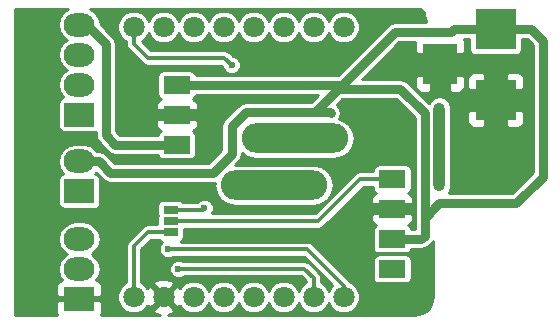
<source format=gtl>
G04 #@! TF.FileFunction,Copper,L1,Top,Signal*
%FSLAX46Y46*%
G04 Gerber Fmt 4.6, Leading zero omitted, Abs format (unit mm)*
G04 Created by KiCad (PCBNEW 4.0.7) date 02/12/20 22:04:26*
%MOMM*%
%LPD*%
G01*
G04 APERTURE LIST*
%ADD10C,0.100000*%
%ADD11C,0.600000*%
%ADD12R,2.300000X1.500000*%
%ADD13O,9.000000X2.500000*%
%ADD14R,3.500000X3.500000*%
%ADD15R,3.000000X3.500000*%
%ADD16R,2.600000X2.000000*%
%ADD17O,2.600000X2.000000*%
%ADD18C,1.800000*%
%ADD19O,1.000000X7.500000*%
%ADD20R,1.300000X0.700000*%
%ADD21C,0.750000*%
%ADD22C,0.350000*%
%ADD23C,0.254000*%
G04 APERTURE END LIST*
D10*
D11*
X135100000Y-67500000D03*
X135100000Y-71400000D03*
X135100000Y-68350000D03*
X135100000Y-70550000D03*
X135100000Y-59150000D03*
X135100000Y-56950000D03*
X135100000Y-60000000D03*
X135100000Y-56100000D03*
X165900000Y-59500000D03*
X165050000Y-60350000D03*
X165900000Y-60350000D03*
X165050000Y-59500000D03*
X143900000Y-59900000D03*
X142400000Y-61150000D03*
X143900000Y-61200000D03*
X142600000Y-59950000D03*
X142550000Y-63450000D03*
X143950000Y-64800000D03*
X142300000Y-64650000D03*
X143800000Y-63450000D03*
X142200000Y-67750000D03*
X143750000Y-70550000D03*
X142550000Y-71750000D03*
X143800000Y-71850000D03*
X142500000Y-70500000D03*
X161350000Y-73700000D03*
X162200000Y-74550000D03*
X161350000Y-74550000D03*
X162200000Y-73700000D03*
X141700000Y-55450000D03*
X140850000Y-56300000D03*
X141700000Y-56300000D03*
X140850000Y-55450000D03*
X146600000Y-58400000D03*
X147150000Y-57650000D03*
X135350000Y-76900000D03*
X134500000Y-77750000D03*
X135350000Y-77750000D03*
X134500000Y-76900000D03*
X134500000Y-78600000D03*
X135350000Y-79450000D03*
X134500000Y-79450000D03*
X135350000Y-78600000D03*
X135350000Y-75150000D03*
X134500000Y-76000000D03*
X135350000Y-76000000D03*
X134500000Y-75150000D03*
X134500000Y-73450000D03*
X135350000Y-74300000D03*
X134500000Y-74300000D03*
X135350000Y-73450000D03*
X133650000Y-62000000D03*
X133650000Y-65350000D03*
X133650000Y-62850000D03*
X133650000Y-64500000D03*
D12*
X147000000Y-61480000D03*
X147000000Y-64020000D03*
X147000000Y-66560000D03*
D13*
X157000000Y-66020000D03*
D11*
X157200000Y-62650000D03*
X158050000Y-62650000D03*
X150050000Y-64650000D03*
X149200000Y-64650000D03*
X149200000Y-65500000D03*
X150050000Y-66350000D03*
X149200000Y-66350000D03*
X150050000Y-65500000D03*
D14*
X174000000Y-56750000D03*
X174000000Y-62750000D03*
D15*
X169300000Y-59750000D03*
D16*
X138750000Y-79600000D03*
D17*
X138750000Y-77060000D03*
X138750000Y-74520000D03*
D16*
X138750000Y-70500000D03*
D17*
X138750000Y-67960000D03*
D16*
X138750000Y-64000000D03*
D17*
X138750000Y-61460000D03*
X138750000Y-58920000D03*
X138750000Y-56380000D03*
D18*
X143360000Y-56570000D03*
X143360000Y-79430000D03*
X145900000Y-56570000D03*
X145900000Y-79430000D03*
X148440000Y-56570000D03*
X148440000Y-79430000D03*
X150980000Y-56570000D03*
X150980000Y-79430000D03*
X153520000Y-56570000D03*
X153520000Y-79430000D03*
X156060000Y-56570000D03*
X156060000Y-79430000D03*
X158600000Y-56570000D03*
X158600000Y-79430000D03*
X161140000Y-56570000D03*
X161140000Y-79430000D03*
D19*
X169250000Y-66750000D03*
D20*
X146500000Y-72050000D03*
X146500000Y-73950000D03*
X146500000Y-73000000D03*
D12*
X165250000Y-77060000D03*
X165250000Y-74520000D03*
X165250000Y-71980000D03*
X165250000Y-69440000D03*
D13*
X155250000Y-69980000D03*
D11*
X160050000Y-63850000D03*
X147150000Y-77050000D03*
X146250000Y-75400000D03*
X149350000Y-71900000D03*
X151650000Y-59800000D03*
D21*
X168000000Y-72750000D02*
X168000000Y-63900000D01*
X165950000Y-61850000D02*
X160650000Y-61850000D01*
X168000000Y-63900000D02*
X165950000Y-61850000D01*
X138750000Y-67960000D02*
X140410000Y-67960000D01*
X152850000Y-63800000D02*
X158700000Y-63800000D01*
X151650000Y-65000000D02*
X152850000Y-63800000D01*
X151650000Y-67350000D02*
X151650000Y-65000000D01*
X150050000Y-68950000D02*
X151650000Y-67350000D01*
X141400000Y-68950000D02*
X150050000Y-68950000D01*
X140410000Y-67960000D02*
X141400000Y-68950000D01*
X149050000Y-61500000D02*
X149050000Y-61480000D01*
X149050000Y-61480000D02*
X149050000Y-61500000D01*
X149050000Y-61500000D02*
X149050000Y-61480000D01*
X158700000Y-63800000D02*
X160000000Y-63800000D01*
X160000000Y-63800000D02*
X160050000Y-63850000D01*
X158700000Y-63800000D02*
X160650000Y-61850000D01*
X160650000Y-61850000D02*
X161020000Y-61480000D01*
X174000000Y-56750000D02*
X170500000Y-56750000D01*
X161020000Y-61480000D02*
X149050000Y-61480000D01*
X149050000Y-61480000D02*
X147000000Y-61480000D01*
X165500000Y-57000000D02*
X161020000Y-61480000D01*
X170250000Y-57000000D02*
X165500000Y-57000000D01*
X170500000Y-56750000D02*
X170250000Y-57000000D01*
X174000000Y-56750000D02*
X177000000Y-56750000D01*
X167730000Y-74520000D02*
X165250000Y-74520000D01*
X168000000Y-74250000D02*
X167730000Y-74520000D01*
X168000000Y-72750000D02*
X168000000Y-74250000D01*
X169250000Y-71500000D02*
X168000000Y-72750000D01*
X175750000Y-71500000D02*
X169250000Y-71500000D01*
X178000000Y-69250000D02*
X175750000Y-71500000D01*
X178000000Y-57750000D02*
X178000000Y-69250000D01*
X177000000Y-56750000D02*
X178000000Y-57750000D01*
X138750000Y-56380000D02*
X139380000Y-56380000D01*
X139380000Y-56380000D02*
X141000000Y-58000000D01*
X141000000Y-58000000D02*
X141000000Y-65750000D01*
X141000000Y-65750000D02*
X141810000Y-66560000D01*
X141810000Y-66560000D02*
X147000000Y-66560000D01*
D22*
X158600000Y-77850000D02*
X158600000Y-79430000D01*
X157800000Y-77050000D02*
X158600000Y-77850000D01*
X156350000Y-77050000D02*
X157800000Y-77050000D01*
X147150000Y-77050000D02*
X156350000Y-77050000D01*
X161140000Y-78490000D02*
X161140000Y-79430000D01*
X158050000Y-75400000D02*
X161140000Y-78490000D01*
X146250000Y-75400000D02*
X158050000Y-75400000D01*
X143360000Y-56570000D02*
X143360000Y-58010000D01*
X149200000Y-72050000D02*
X146500000Y-72050000D01*
X149350000Y-71900000D02*
X149200000Y-72050000D01*
X151050000Y-59200000D02*
X151650000Y-59800000D01*
X144550000Y-59200000D02*
X151050000Y-59200000D01*
X143360000Y-58010000D02*
X144550000Y-59200000D01*
X146500000Y-73950000D02*
X144550000Y-73950000D01*
X143360000Y-75140000D02*
X143360000Y-79430000D01*
X144550000Y-73950000D02*
X143360000Y-75140000D01*
X146500000Y-73000000D02*
X159000000Y-73000000D01*
X162560000Y-69440000D02*
X165250000Y-69440000D01*
X159000000Y-73000000D02*
X162560000Y-69440000D01*
D23*
G36*
X137370790Y-55335603D02*
X137050617Y-55814777D01*
X136938187Y-56380000D01*
X137050617Y-56945223D01*
X137370790Y-57424397D01*
X137708430Y-57650000D01*
X137370790Y-57875603D01*
X137050617Y-58354777D01*
X136938187Y-58920000D01*
X137050617Y-59485223D01*
X137370790Y-59964397D01*
X137708430Y-60190000D01*
X137370790Y-60415603D01*
X137050617Y-60894777D01*
X136938187Y-61460000D01*
X137050617Y-62025223D01*
X137370790Y-62504397D01*
X137399007Y-62523251D01*
X137273235Y-62546917D01*
X137110887Y-62651385D01*
X137001973Y-62810785D01*
X136963656Y-63000000D01*
X136963656Y-65000000D01*
X136996917Y-65176765D01*
X137101385Y-65339113D01*
X137260785Y-65448027D01*
X137450000Y-65486344D01*
X140050000Y-65486344D01*
X140148000Y-65467904D01*
X140148000Y-65750000D01*
X140212855Y-66076046D01*
X140397545Y-66352455D01*
X141207545Y-67162455D01*
X141483954Y-67347145D01*
X141810000Y-67412000D01*
X145382849Y-67412000D01*
X145396917Y-67486765D01*
X145501385Y-67649113D01*
X145660785Y-67758027D01*
X145850000Y-67796344D01*
X148150000Y-67796344D01*
X148326765Y-67763083D01*
X148489113Y-67658615D01*
X148598027Y-67499215D01*
X148636344Y-67310000D01*
X148636344Y-65810000D01*
X148603083Y-65633235D01*
X148498615Y-65470887D01*
X148354678Y-65372538D01*
X148509698Y-65308327D01*
X148688327Y-65129699D01*
X148785000Y-64896310D01*
X148785000Y-64553750D01*
X148626250Y-64395000D01*
X147575000Y-64395000D01*
X147575000Y-64663000D01*
X146425000Y-64663000D01*
X146425000Y-64395000D01*
X145373750Y-64395000D01*
X145215000Y-64553750D01*
X145215000Y-64896310D01*
X145311673Y-65129699D01*
X145490302Y-65308327D01*
X145647534Y-65373455D01*
X145510887Y-65461385D01*
X145401973Y-65620785D01*
X145384312Y-65708000D01*
X142162910Y-65708000D01*
X141852000Y-65397090D01*
X141852000Y-58000000D01*
X141787145Y-57673954D01*
X141602455Y-57397545D01*
X141047611Y-56842701D01*
X141982762Y-56842701D01*
X142191956Y-57348989D01*
X142578974Y-57736683D01*
X142708000Y-57790259D01*
X142708000Y-58009995D01*
X142707999Y-58010000D01*
X142749396Y-58218113D01*
X142757631Y-58259510D01*
X142802089Y-58326046D01*
X142898966Y-58471034D01*
X144088966Y-59661034D01*
X144300490Y-59802369D01*
X144550000Y-59852000D01*
X150779932Y-59852000D01*
X150872874Y-59944942D01*
X150872866Y-59953877D01*
X150990908Y-60239560D01*
X151209290Y-60458324D01*
X151494767Y-60576865D01*
X151803877Y-60577134D01*
X152089560Y-60459092D01*
X152308324Y-60240710D01*
X152426865Y-59955233D01*
X152427134Y-59646123D01*
X152309092Y-59360440D01*
X152090710Y-59141676D01*
X151805233Y-59023135D01*
X151795194Y-59023126D01*
X151511034Y-58738966D01*
X151417943Y-58676765D01*
X151299510Y-58597631D01*
X151258113Y-58589396D01*
X151050000Y-58547999D01*
X151049995Y-58548000D01*
X144820068Y-58548000D01*
X144047793Y-57775725D01*
X144138989Y-57738044D01*
X144526683Y-57351026D01*
X144629995Y-57102224D01*
X144731956Y-57348989D01*
X145118974Y-57736683D01*
X145624896Y-57946760D01*
X146172701Y-57947238D01*
X146678989Y-57738044D01*
X147066683Y-57351026D01*
X147169995Y-57102224D01*
X147271956Y-57348989D01*
X147658974Y-57736683D01*
X148164896Y-57946760D01*
X148712701Y-57947238D01*
X149218989Y-57738044D01*
X149606683Y-57351026D01*
X149709995Y-57102224D01*
X149811956Y-57348989D01*
X150198974Y-57736683D01*
X150704896Y-57946760D01*
X151252701Y-57947238D01*
X151758989Y-57738044D01*
X152146683Y-57351026D01*
X152249995Y-57102224D01*
X152351956Y-57348989D01*
X152738974Y-57736683D01*
X153244896Y-57946760D01*
X153792701Y-57947238D01*
X154298989Y-57738044D01*
X154686683Y-57351026D01*
X154789995Y-57102224D01*
X154891956Y-57348989D01*
X155278974Y-57736683D01*
X155784896Y-57946760D01*
X156332701Y-57947238D01*
X156838989Y-57738044D01*
X157226683Y-57351026D01*
X157329995Y-57102224D01*
X157431956Y-57348989D01*
X157818974Y-57736683D01*
X158324896Y-57946760D01*
X158872701Y-57947238D01*
X159378989Y-57738044D01*
X159766683Y-57351026D01*
X159869995Y-57102224D01*
X159971956Y-57348989D01*
X160358974Y-57736683D01*
X160864896Y-57946760D01*
X161412701Y-57947238D01*
X161918989Y-57738044D01*
X162306683Y-57351026D01*
X162516760Y-56845104D01*
X162517238Y-56297299D01*
X162308044Y-55791011D01*
X161921026Y-55403317D01*
X161415104Y-55193240D01*
X160867299Y-55192762D01*
X160361011Y-55401956D01*
X159973317Y-55788974D01*
X159870005Y-56037776D01*
X159768044Y-55791011D01*
X159381026Y-55403317D01*
X158875104Y-55193240D01*
X158327299Y-55192762D01*
X157821011Y-55401956D01*
X157433317Y-55788974D01*
X157330005Y-56037776D01*
X157228044Y-55791011D01*
X156841026Y-55403317D01*
X156335104Y-55193240D01*
X155787299Y-55192762D01*
X155281011Y-55401956D01*
X154893317Y-55788974D01*
X154790005Y-56037776D01*
X154688044Y-55791011D01*
X154301026Y-55403317D01*
X153795104Y-55193240D01*
X153247299Y-55192762D01*
X152741011Y-55401956D01*
X152353317Y-55788974D01*
X152250005Y-56037776D01*
X152148044Y-55791011D01*
X151761026Y-55403317D01*
X151255104Y-55193240D01*
X150707299Y-55192762D01*
X150201011Y-55401956D01*
X149813317Y-55788974D01*
X149710005Y-56037776D01*
X149608044Y-55791011D01*
X149221026Y-55403317D01*
X148715104Y-55193240D01*
X148167299Y-55192762D01*
X147661011Y-55401956D01*
X147273317Y-55788974D01*
X147170005Y-56037776D01*
X147068044Y-55791011D01*
X146681026Y-55403317D01*
X146175104Y-55193240D01*
X145627299Y-55192762D01*
X145121011Y-55401956D01*
X144733317Y-55788974D01*
X144630005Y-56037776D01*
X144528044Y-55791011D01*
X144141026Y-55403317D01*
X143635104Y-55193240D01*
X143087299Y-55192762D01*
X142581011Y-55401956D01*
X142193317Y-55788974D01*
X141983240Y-56294896D01*
X141982762Y-56842701D01*
X141047611Y-56842701D01*
X140556078Y-56351168D01*
X140449383Y-55814777D01*
X140129210Y-55335603D01*
X139704767Y-55052000D01*
X167445631Y-55052000D01*
X167667305Y-55096093D01*
X167809137Y-55190863D01*
X167903907Y-55332696D01*
X167958606Y-55607689D01*
X168015696Y-55894702D01*
X168015696Y-55894705D01*
X168098119Y-56093689D01*
X168134409Y-56148000D01*
X165500000Y-56148000D01*
X165173954Y-56212855D01*
X164897545Y-56397545D01*
X160667090Y-60628000D01*
X148617151Y-60628000D01*
X148603083Y-60553235D01*
X148498615Y-60390887D01*
X148339215Y-60281973D01*
X148150000Y-60243656D01*
X145850000Y-60243656D01*
X145673235Y-60276917D01*
X145510887Y-60381385D01*
X145401973Y-60540785D01*
X145363656Y-60730000D01*
X145363656Y-62230000D01*
X145396917Y-62406765D01*
X145501385Y-62569113D01*
X145645322Y-62667462D01*
X145490302Y-62731673D01*
X145311673Y-62910301D01*
X145215000Y-63143690D01*
X145215000Y-63486250D01*
X145373750Y-63645000D01*
X146425000Y-63645000D01*
X146425000Y-63377000D01*
X147575000Y-63377000D01*
X147575000Y-63645000D01*
X148626250Y-63645000D01*
X148785000Y-63486250D01*
X148785000Y-63143690D01*
X148688327Y-62910301D01*
X148509698Y-62731673D01*
X148352466Y-62666545D01*
X148489113Y-62578615D01*
X148598027Y-62419215D01*
X148615688Y-62332000D01*
X148949454Y-62332000D01*
X149050000Y-62352000D01*
X149150546Y-62332000D01*
X158963090Y-62332000D01*
X158347090Y-62948000D01*
X152850000Y-62948000D01*
X152523954Y-63012855D01*
X152247545Y-63197545D01*
X151047545Y-64397545D01*
X150862855Y-64673954D01*
X150798000Y-65000000D01*
X150798000Y-66997090D01*
X149697090Y-68098000D01*
X141752910Y-68098000D01*
X141012455Y-67357545D01*
X140736046Y-67172855D01*
X140410000Y-67108000D01*
X140257765Y-67108000D01*
X140129210Y-66915603D01*
X139650036Y-66595430D01*
X139084813Y-66483000D01*
X138415187Y-66483000D01*
X137849964Y-66595430D01*
X137370790Y-66915603D01*
X137050617Y-67394777D01*
X136938187Y-67960000D01*
X137050617Y-68525223D01*
X137370790Y-69004397D01*
X137399007Y-69023251D01*
X137273235Y-69046917D01*
X137110887Y-69151385D01*
X137001973Y-69310785D01*
X136963656Y-69500000D01*
X136963656Y-71500000D01*
X136996917Y-71676765D01*
X137101385Y-71839113D01*
X137260785Y-71948027D01*
X137450000Y-71986344D01*
X140050000Y-71986344D01*
X140226765Y-71953083D01*
X140389113Y-71848615D01*
X140498027Y-71689215D01*
X140536344Y-71500000D01*
X140536344Y-69500000D01*
X140503083Y-69323235D01*
X140398615Y-69160887D01*
X140239215Y-69051973D01*
X140100153Y-69023812D01*
X140129210Y-69004397D01*
X140177386Y-68932296D01*
X140797545Y-69552455D01*
X141073953Y-69737145D01*
X141400000Y-69802000D01*
X150050000Y-69802000D01*
X150217530Y-69768676D01*
X150175495Y-69980000D01*
X150306955Y-70640894D01*
X150681322Y-71201173D01*
X151241601Y-71575540D01*
X151902495Y-71707000D01*
X158597505Y-71707000D01*
X159258399Y-71575540D01*
X159818678Y-71201173D01*
X160193045Y-70640894D01*
X160324505Y-69980000D01*
X160193045Y-69319106D01*
X159818678Y-68758827D01*
X159258399Y-68384460D01*
X158597505Y-68253000D01*
X151951910Y-68253000D01*
X152252455Y-67952455D01*
X152437145Y-67676046D01*
X152502000Y-67350000D01*
X152502000Y-67288399D01*
X152991601Y-67615540D01*
X153652495Y-67747000D01*
X160347505Y-67747000D01*
X161008399Y-67615540D01*
X161568678Y-67241173D01*
X161943045Y-66680894D01*
X162074505Y-66020000D01*
X161943045Y-65359106D01*
X161568678Y-64798827D01*
X161008399Y-64424460D01*
X160710724Y-64365249D01*
X160837145Y-64176046D01*
X160902000Y-63850000D01*
X160837145Y-63523954D01*
X160652455Y-63247545D01*
X160602455Y-63197545D01*
X160545453Y-63159457D01*
X161002910Y-62702000D01*
X165597090Y-62702000D01*
X167148000Y-64252910D01*
X167148000Y-73668000D01*
X166867151Y-73668000D01*
X166853083Y-73593235D01*
X166748615Y-73430887D01*
X166604678Y-73332538D01*
X166759698Y-73268327D01*
X166938327Y-73089699D01*
X167035000Y-72856310D01*
X167035000Y-72513750D01*
X166876250Y-72355000D01*
X165825000Y-72355000D01*
X165825000Y-72623000D01*
X164675000Y-72623000D01*
X164675000Y-72355000D01*
X163623750Y-72355000D01*
X163465000Y-72513750D01*
X163465000Y-72856310D01*
X163561673Y-73089699D01*
X163740302Y-73268327D01*
X163897534Y-73333455D01*
X163760887Y-73421385D01*
X163651973Y-73580785D01*
X163613656Y-73770000D01*
X163613656Y-75270000D01*
X163646917Y-75446765D01*
X163751385Y-75609113D01*
X163910785Y-75718027D01*
X164100000Y-75756344D01*
X166400000Y-75756344D01*
X166576765Y-75723083D01*
X166739113Y-75618615D01*
X166848027Y-75459215D01*
X166865688Y-75372000D01*
X167730000Y-75372000D01*
X168056046Y-75307145D01*
X168332455Y-75122455D01*
X168602455Y-74852455D01*
X168698000Y-74709461D01*
X168698000Y-79445631D01*
X168577787Y-80049987D01*
X168266245Y-80516244D01*
X167799988Y-80827787D01*
X167195635Y-80948000D01*
X146276314Y-80948000D01*
X146714148Y-80766643D01*
X146800554Y-80510159D01*
X145900000Y-79609605D01*
X144999446Y-80510159D01*
X145085852Y-80766643D01*
X145581552Y-80948000D01*
X140593172Y-80948000D01*
X140685000Y-80726309D01*
X140685000Y-79885750D01*
X140526250Y-79727000D01*
X138877000Y-79727000D01*
X138877000Y-79747000D01*
X138623000Y-79747000D01*
X138623000Y-79727000D01*
X136973750Y-79727000D01*
X136815000Y-79885750D01*
X136815000Y-80726309D01*
X136906828Y-80948000D01*
X133302000Y-80948000D01*
X133302000Y-79702701D01*
X141982762Y-79702701D01*
X142191956Y-80208989D01*
X142578974Y-80596683D01*
X143084896Y-80806760D01*
X143632701Y-80807238D01*
X144138989Y-80598044D01*
X144526683Y-80211026D01*
X144538174Y-80183352D01*
X144563357Y-80244148D01*
X144819841Y-80330554D01*
X145720395Y-79430000D01*
X144819841Y-78529446D01*
X144563357Y-78615852D01*
X144539951Y-78679828D01*
X144528044Y-78651011D01*
X144227400Y-78349841D01*
X144999446Y-78349841D01*
X145900000Y-79250395D01*
X146800554Y-78349841D01*
X146714148Y-78093357D01*
X146140664Y-77883542D01*
X145530540Y-77909161D01*
X145085852Y-78093357D01*
X144999446Y-78349841D01*
X144227400Y-78349841D01*
X144141026Y-78263317D01*
X144012000Y-78209741D01*
X144012000Y-75410068D01*
X144820068Y-74602000D01*
X145477503Y-74602000D01*
X145501385Y-74639113D01*
X145660785Y-74748027D01*
X145779272Y-74772021D01*
X145591676Y-74959290D01*
X145473135Y-75244767D01*
X145472866Y-75553877D01*
X145590908Y-75839560D01*
X145809290Y-76058324D01*
X146094767Y-76176865D01*
X146403877Y-76177134D01*
X146689560Y-76059092D01*
X146696664Y-76052000D01*
X157779932Y-76052000D01*
X160175288Y-78447356D01*
X159973317Y-78648974D01*
X159870005Y-78897776D01*
X159768044Y-78651011D01*
X159381026Y-78263317D01*
X159252000Y-78209741D01*
X159252000Y-77850005D01*
X159252001Y-77850000D01*
X159202370Y-77600491D01*
X159061034Y-77388966D01*
X158261034Y-76588966D01*
X158120069Y-76494777D01*
X158049510Y-76447631D01*
X158008113Y-76439396D01*
X157800000Y-76397999D01*
X157799995Y-76398000D01*
X147597023Y-76398000D01*
X147590710Y-76391676D01*
X147305233Y-76273135D01*
X146996123Y-76272866D01*
X146710440Y-76390908D01*
X146491676Y-76609290D01*
X146373135Y-76894767D01*
X146372866Y-77203877D01*
X146490908Y-77489560D01*
X146709290Y-77708324D01*
X146994767Y-77826865D01*
X147303877Y-77827134D01*
X147589560Y-77709092D01*
X147596664Y-77702000D01*
X157529932Y-77702000D01*
X157948000Y-78120068D01*
X157948000Y-78209485D01*
X157821011Y-78261956D01*
X157433317Y-78648974D01*
X157330005Y-78897776D01*
X157228044Y-78651011D01*
X156841026Y-78263317D01*
X156335104Y-78053240D01*
X155787299Y-78052762D01*
X155281011Y-78261956D01*
X154893317Y-78648974D01*
X154790005Y-78897776D01*
X154688044Y-78651011D01*
X154301026Y-78263317D01*
X153795104Y-78053240D01*
X153247299Y-78052762D01*
X152741011Y-78261956D01*
X152353317Y-78648974D01*
X152250005Y-78897776D01*
X152148044Y-78651011D01*
X151761026Y-78263317D01*
X151255104Y-78053240D01*
X150707299Y-78052762D01*
X150201011Y-78261956D01*
X149813317Y-78648974D01*
X149710005Y-78897776D01*
X149608044Y-78651011D01*
X149221026Y-78263317D01*
X148715104Y-78053240D01*
X148167299Y-78052762D01*
X147661011Y-78261956D01*
X147273317Y-78648974D01*
X147261826Y-78676648D01*
X147236643Y-78615852D01*
X146980159Y-78529446D01*
X146079605Y-79430000D01*
X146980159Y-80330554D01*
X147236643Y-80244148D01*
X147260049Y-80180172D01*
X147271956Y-80208989D01*
X147658974Y-80596683D01*
X148164896Y-80806760D01*
X148712701Y-80807238D01*
X149218989Y-80598044D01*
X149606683Y-80211026D01*
X149709995Y-79962224D01*
X149811956Y-80208989D01*
X150198974Y-80596683D01*
X150704896Y-80806760D01*
X151252701Y-80807238D01*
X151758989Y-80598044D01*
X152146683Y-80211026D01*
X152249995Y-79962224D01*
X152351956Y-80208989D01*
X152738974Y-80596683D01*
X153244896Y-80806760D01*
X153792701Y-80807238D01*
X154298989Y-80598044D01*
X154686683Y-80211026D01*
X154789995Y-79962224D01*
X154891956Y-80208989D01*
X155278974Y-80596683D01*
X155784896Y-80806760D01*
X156332701Y-80807238D01*
X156838989Y-80598044D01*
X157226683Y-80211026D01*
X157329995Y-79962224D01*
X157431956Y-80208989D01*
X157818974Y-80596683D01*
X158324896Y-80806760D01*
X158872701Y-80807238D01*
X159378989Y-80598044D01*
X159766683Y-80211026D01*
X159869995Y-79962224D01*
X159971956Y-80208989D01*
X160358974Y-80596683D01*
X160864896Y-80806760D01*
X161412701Y-80807238D01*
X161918989Y-80598044D01*
X162306683Y-80211026D01*
X162516760Y-79705104D01*
X162517238Y-79157299D01*
X162308044Y-78651011D01*
X161921026Y-78263317D01*
X161694876Y-78169411D01*
X161601034Y-78028966D01*
X159882068Y-76310000D01*
X163613656Y-76310000D01*
X163613656Y-77810000D01*
X163646917Y-77986765D01*
X163751385Y-78149113D01*
X163910785Y-78258027D01*
X164100000Y-78296344D01*
X166400000Y-78296344D01*
X166576765Y-78263083D01*
X166739113Y-78158615D01*
X166848027Y-77999215D01*
X166886344Y-77810000D01*
X166886344Y-76310000D01*
X166853083Y-76133235D01*
X166748615Y-75970887D01*
X166589215Y-75861973D01*
X166400000Y-75823656D01*
X164100000Y-75823656D01*
X163923235Y-75856917D01*
X163760887Y-75961385D01*
X163651973Y-76120785D01*
X163613656Y-76310000D01*
X159882068Y-76310000D01*
X158511034Y-74938966D01*
X158299510Y-74797631D01*
X158242767Y-74786344D01*
X158050000Y-74747999D01*
X158049995Y-74748000D01*
X147334664Y-74748000D01*
X147489113Y-74648615D01*
X147598027Y-74489215D01*
X147636344Y-74300000D01*
X147636344Y-73652000D01*
X158999995Y-73652000D01*
X159000000Y-73652001D01*
X159208113Y-73610604D01*
X159249510Y-73602369D01*
X159461034Y-73461034D01*
X162830067Y-70092000D01*
X163613656Y-70092000D01*
X163613656Y-70190000D01*
X163646917Y-70366765D01*
X163751385Y-70529113D01*
X163895322Y-70627462D01*
X163740302Y-70691673D01*
X163561673Y-70870301D01*
X163465000Y-71103690D01*
X163465000Y-71446250D01*
X163623750Y-71605000D01*
X164675000Y-71605000D01*
X164675000Y-71337000D01*
X165825000Y-71337000D01*
X165825000Y-71605000D01*
X166876250Y-71605000D01*
X167035000Y-71446250D01*
X167035000Y-71103690D01*
X166938327Y-70870301D01*
X166759698Y-70691673D01*
X166602466Y-70626545D01*
X166739113Y-70538615D01*
X166848027Y-70379215D01*
X166886344Y-70190000D01*
X166886344Y-68690000D01*
X166853083Y-68513235D01*
X166748615Y-68350887D01*
X166589215Y-68241973D01*
X166400000Y-68203656D01*
X164100000Y-68203656D01*
X163923235Y-68236917D01*
X163760887Y-68341385D01*
X163651973Y-68500785D01*
X163613656Y-68690000D01*
X163613656Y-68788000D01*
X162560000Y-68788000D01*
X162310490Y-68837631D01*
X162098966Y-68978966D01*
X162098964Y-68978969D01*
X158729932Y-72348000D01*
X150001021Y-72348000D01*
X150008324Y-72340710D01*
X150126865Y-72055233D01*
X150127134Y-71746123D01*
X150009092Y-71460440D01*
X149790710Y-71241676D01*
X149505233Y-71123135D01*
X149196123Y-71122866D01*
X148910440Y-71240908D01*
X148753073Y-71398000D01*
X147522497Y-71398000D01*
X147498615Y-71360887D01*
X147339215Y-71251973D01*
X147150000Y-71213656D01*
X145850000Y-71213656D01*
X145673235Y-71246917D01*
X145510887Y-71351385D01*
X145401973Y-71510785D01*
X145363656Y-71700000D01*
X145363656Y-72400000D01*
X145388040Y-72529588D01*
X145363656Y-72650000D01*
X145363656Y-73298000D01*
X144550000Y-73298000D01*
X144300490Y-73347631D01*
X144128044Y-73462855D01*
X144088966Y-73488966D01*
X142898966Y-74678966D01*
X142757631Y-74890490D01*
X142757631Y-74890491D01*
X142707999Y-75140000D01*
X142708000Y-75140005D01*
X142708000Y-78209485D01*
X142581011Y-78261956D01*
X142193317Y-78648974D01*
X141983240Y-79154896D01*
X141982762Y-79702701D01*
X133302000Y-79702701D01*
X133302000Y-78473691D01*
X136815000Y-78473691D01*
X136815000Y-79314250D01*
X136973750Y-79473000D01*
X138623000Y-79473000D01*
X138623000Y-79453000D01*
X138877000Y-79453000D01*
X138877000Y-79473000D01*
X140526250Y-79473000D01*
X140685000Y-79314250D01*
X140685000Y-78473691D01*
X140588327Y-78240302D01*
X140409699Y-78061673D01*
X140212371Y-77979937D01*
X140449383Y-77625223D01*
X140561813Y-77060000D01*
X140449383Y-76494777D01*
X140129210Y-76015603D01*
X139791570Y-75790000D01*
X140129210Y-75564397D01*
X140449383Y-75085223D01*
X140561813Y-74520000D01*
X140449383Y-73954777D01*
X140129210Y-73475603D01*
X139650036Y-73155430D01*
X139084813Y-73043000D01*
X138415187Y-73043000D01*
X137849964Y-73155430D01*
X137370790Y-73475603D01*
X137050617Y-73954777D01*
X136938187Y-74520000D01*
X137050617Y-75085223D01*
X137370790Y-75564397D01*
X137708430Y-75790000D01*
X137370790Y-76015603D01*
X137050617Y-76494777D01*
X136938187Y-77060000D01*
X137050617Y-77625223D01*
X137287629Y-77979937D01*
X137090301Y-78061673D01*
X136911673Y-78240302D01*
X136815000Y-78473691D01*
X133302000Y-78473691D01*
X133302000Y-55052000D01*
X137795233Y-55052000D01*
X137370790Y-55335603D01*
X137370790Y-55335603D01*
G37*
X137370790Y-55335603D02*
X137050617Y-55814777D01*
X136938187Y-56380000D01*
X137050617Y-56945223D01*
X137370790Y-57424397D01*
X137708430Y-57650000D01*
X137370790Y-57875603D01*
X137050617Y-58354777D01*
X136938187Y-58920000D01*
X137050617Y-59485223D01*
X137370790Y-59964397D01*
X137708430Y-60190000D01*
X137370790Y-60415603D01*
X137050617Y-60894777D01*
X136938187Y-61460000D01*
X137050617Y-62025223D01*
X137370790Y-62504397D01*
X137399007Y-62523251D01*
X137273235Y-62546917D01*
X137110887Y-62651385D01*
X137001973Y-62810785D01*
X136963656Y-63000000D01*
X136963656Y-65000000D01*
X136996917Y-65176765D01*
X137101385Y-65339113D01*
X137260785Y-65448027D01*
X137450000Y-65486344D01*
X140050000Y-65486344D01*
X140148000Y-65467904D01*
X140148000Y-65750000D01*
X140212855Y-66076046D01*
X140397545Y-66352455D01*
X141207545Y-67162455D01*
X141483954Y-67347145D01*
X141810000Y-67412000D01*
X145382849Y-67412000D01*
X145396917Y-67486765D01*
X145501385Y-67649113D01*
X145660785Y-67758027D01*
X145850000Y-67796344D01*
X148150000Y-67796344D01*
X148326765Y-67763083D01*
X148489113Y-67658615D01*
X148598027Y-67499215D01*
X148636344Y-67310000D01*
X148636344Y-65810000D01*
X148603083Y-65633235D01*
X148498615Y-65470887D01*
X148354678Y-65372538D01*
X148509698Y-65308327D01*
X148688327Y-65129699D01*
X148785000Y-64896310D01*
X148785000Y-64553750D01*
X148626250Y-64395000D01*
X147575000Y-64395000D01*
X147575000Y-64663000D01*
X146425000Y-64663000D01*
X146425000Y-64395000D01*
X145373750Y-64395000D01*
X145215000Y-64553750D01*
X145215000Y-64896310D01*
X145311673Y-65129699D01*
X145490302Y-65308327D01*
X145647534Y-65373455D01*
X145510887Y-65461385D01*
X145401973Y-65620785D01*
X145384312Y-65708000D01*
X142162910Y-65708000D01*
X141852000Y-65397090D01*
X141852000Y-58000000D01*
X141787145Y-57673954D01*
X141602455Y-57397545D01*
X141047611Y-56842701D01*
X141982762Y-56842701D01*
X142191956Y-57348989D01*
X142578974Y-57736683D01*
X142708000Y-57790259D01*
X142708000Y-58009995D01*
X142707999Y-58010000D01*
X142749396Y-58218113D01*
X142757631Y-58259510D01*
X142802089Y-58326046D01*
X142898966Y-58471034D01*
X144088966Y-59661034D01*
X144300490Y-59802369D01*
X144550000Y-59852000D01*
X150779932Y-59852000D01*
X150872874Y-59944942D01*
X150872866Y-59953877D01*
X150990908Y-60239560D01*
X151209290Y-60458324D01*
X151494767Y-60576865D01*
X151803877Y-60577134D01*
X152089560Y-60459092D01*
X152308324Y-60240710D01*
X152426865Y-59955233D01*
X152427134Y-59646123D01*
X152309092Y-59360440D01*
X152090710Y-59141676D01*
X151805233Y-59023135D01*
X151795194Y-59023126D01*
X151511034Y-58738966D01*
X151417943Y-58676765D01*
X151299510Y-58597631D01*
X151258113Y-58589396D01*
X151050000Y-58547999D01*
X151049995Y-58548000D01*
X144820068Y-58548000D01*
X144047793Y-57775725D01*
X144138989Y-57738044D01*
X144526683Y-57351026D01*
X144629995Y-57102224D01*
X144731956Y-57348989D01*
X145118974Y-57736683D01*
X145624896Y-57946760D01*
X146172701Y-57947238D01*
X146678989Y-57738044D01*
X147066683Y-57351026D01*
X147169995Y-57102224D01*
X147271956Y-57348989D01*
X147658974Y-57736683D01*
X148164896Y-57946760D01*
X148712701Y-57947238D01*
X149218989Y-57738044D01*
X149606683Y-57351026D01*
X149709995Y-57102224D01*
X149811956Y-57348989D01*
X150198974Y-57736683D01*
X150704896Y-57946760D01*
X151252701Y-57947238D01*
X151758989Y-57738044D01*
X152146683Y-57351026D01*
X152249995Y-57102224D01*
X152351956Y-57348989D01*
X152738974Y-57736683D01*
X153244896Y-57946760D01*
X153792701Y-57947238D01*
X154298989Y-57738044D01*
X154686683Y-57351026D01*
X154789995Y-57102224D01*
X154891956Y-57348989D01*
X155278974Y-57736683D01*
X155784896Y-57946760D01*
X156332701Y-57947238D01*
X156838989Y-57738044D01*
X157226683Y-57351026D01*
X157329995Y-57102224D01*
X157431956Y-57348989D01*
X157818974Y-57736683D01*
X158324896Y-57946760D01*
X158872701Y-57947238D01*
X159378989Y-57738044D01*
X159766683Y-57351026D01*
X159869995Y-57102224D01*
X159971956Y-57348989D01*
X160358974Y-57736683D01*
X160864896Y-57946760D01*
X161412701Y-57947238D01*
X161918989Y-57738044D01*
X162306683Y-57351026D01*
X162516760Y-56845104D01*
X162517238Y-56297299D01*
X162308044Y-55791011D01*
X161921026Y-55403317D01*
X161415104Y-55193240D01*
X160867299Y-55192762D01*
X160361011Y-55401956D01*
X159973317Y-55788974D01*
X159870005Y-56037776D01*
X159768044Y-55791011D01*
X159381026Y-55403317D01*
X158875104Y-55193240D01*
X158327299Y-55192762D01*
X157821011Y-55401956D01*
X157433317Y-55788974D01*
X157330005Y-56037776D01*
X157228044Y-55791011D01*
X156841026Y-55403317D01*
X156335104Y-55193240D01*
X155787299Y-55192762D01*
X155281011Y-55401956D01*
X154893317Y-55788974D01*
X154790005Y-56037776D01*
X154688044Y-55791011D01*
X154301026Y-55403317D01*
X153795104Y-55193240D01*
X153247299Y-55192762D01*
X152741011Y-55401956D01*
X152353317Y-55788974D01*
X152250005Y-56037776D01*
X152148044Y-55791011D01*
X151761026Y-55403317D01*
X151255104Y-55193240D01*
X150707299Y-55192762D01*
X150201011Y-55401956D01*
X149813317Y-55788974D01*
X149710005Y-56037776D01*
X149608044Y-55791011D01*
X149221026Y-55403317D01*
X148715104Y-55193240D01*
X148167299Y-55192762D01*
X147661011Y-55401956D01*
X147273317Y-55788974D01*
X147170005Y-56037776D01*
X147068044Y-55791011D01*
X146681026Y-55403317D01*
X146175104Y-55193240D01*
X145627299Y-55192762D01*
X145121011Y-55401956D01*
X144733317Y-55788974D01*
X144630005Y-56037776D01*
X144528044Y-55791011D01*
X144141026Y-55403317D01*
X143635104Y-55193240D01*
X143087299Y-55192762D01*
X142581011Y-55401956D01*
X142193317Y-55788974D01*
X141983240Y-56294896D01*
X141982762Y-56842701D01*
X141047611Y-56842701D01*
X140556078Y-56351168D01*
X140449383Y-55814777D01*
X140129210Y-55335603D01*
X139704767Y-55052000D01*
X167445631Y-55052000D01*
X167667305Y-55096093D01*
X167809137Y-55190863D01*
X167903907Y-55332696D01*
X167958606Y-55607689D01*
X168015696Y-55894702D01*
X168015696Y-55894705D01*
X168098119Y-56093689D01*
X168134409Y-56148000D01*
X165500000Y-56148000D01*
X165173954Y-56212855D01*
X164897545Y-56397545D01*
X160667090Y-60628000D01*
X148617151Y-60628000D01*
X148603083Y-60553235D01*
X148498615Y-60390887D01*
X148339215Y-60281973D01*
X148150000Y-60243656D01*
X145850000Y-60243656D01*
X145673235Y-60276917D01*
X145510887Y-60381385D01*
X145401973Y-60540785D01*
X145363656Y-60730000D01*
X145363656Y-62230000D01*
X145396917Y-62406765D01*
X145501385Y-62569113D01*
X145645322Y-62667462D01*
X145490302Y-62731673D01*
X145311673Y-62910301D01*
X145215000Y-63143690D01*
X145215000Y-63486250D01*
X145373750Y-63645000D01*
X146425000Y-63645000D01*
X146425000Y-63377000D01*
X147575000Y-63377000D01*
X147575000Y-63645000D01*
X148626250Y-63645000D01*
X148785000Y-63486250D01*
X148785000Y-63143690D01*
X148688327Y-62910301D01*
X148509698Y-62731673D01*
X148352466Y-62666545D01*
X148489113Y-62578615D01*
X148598027Y-62419215D01*
X148615688Y-62332000D01*
X148949454Y-62332000D01*
X149050000Y-62352000D01*
X149150546Y-62332000D01*
X158963090Y-62332000D01*
X158347090Y-62948000D01*
X152850000Y-62948000D01*
X152523954Y-63012855D01*
X152247545Y-63197545D01*
X151047545Y-64397545D01*
X150862855Y-64673954D01*
X150798000Y-65000000D01*
X150798000Y-66997090D01*
X149697090Y-68098000D01*
X141752910Y-68098000D01*
X141012455Y-67357545D01*
X140736046Y-67172855D01*
X140410000Y-67108000D01*
X140257765Y-67108000D01*
X140129210Y-66915603D01*
X139650036Y-66595430D01*
X139084813Y-66483000D01*
X138415187Y-66483000D01*
X137849964Y-66595430D01*
X137370790Y-66915603D01*
X137050617Y-67394777D01*
X136938187Y-67960000D01*
X137050617Y-68525223D01*
X137370790Y-69004397D01*
X137399007Y-69023251D01*
X137273235Y-69046917D01*
X137110887Y-69151385D01*
X137001973Y-69310785D01*
X136963656Y-69500000D01*
X136963656Y-71500000D01*
X136996917Y-71676765D01*
X137101385Y-71839113D01*
X137260785Y-71948027D01*
X137450000Y-71986344D01*
X140050000Y-71986344D01*
X140226765Y-71953083D01*
X140389113Y-71848615D01*
X140498027Y-71689215D01*
X140536344Y-71500000D01*
X140536344Y-69500000D01*
X140503083Y-69323235D01*
X140398615Y-69160887D01*
X140239215Y-69051973D01*
X140100153Y-69023812D01*
X140129210Y-69004397D01*
X140177386Y-68932296D01*
X140797545Y-69552455D01*
X141073953Y-69737145D01*
X141400000Y-69802000D01*
X150050000Y-69802000D01*
X150217530Y-69768676D01*
X150175495Y-69980000D01*
X150306955Y-70640894D01*
X150681322Y-71201173D01*
X151241601Y-71575540D01*
X151902495Y-71707000D01*
X158597505Y-71707000D01*
X159258399Y-71575540D01*
X159818678Y-71201173D01*
X160193045Y-70640894D01*
X160324505Y-69980000D01*
X160193045Y-69319106D01*
X159818678Y-68758827D01*
X159258399Y-68384460D01*
X158597505Y-68253000D01*
X151951910Y-68253000D01*
X152252455Y-67952455D01*
X152437145Y-67676046D01*
X152502000Y-67350000D01*
X152502000Y-67288399D01*
X152991601Y-67615540D01*
X153652495Y-67747000D01*
X160347505Y-67747000D01*
X161008399Y-67615540D01*
X161568678Y-67241173D01*
X161943045Y-66680894D01*
X162074505Y-66020000D01*
X161943045Y-65359106D01*
X161568678Y-64798827D01*
X161008399Y-64424460D01*
X160710724Y-64365249D01*
X160837145Y-64176046D01*
X160902000Y-63850000D01*
X160837145Y-63523954D01*
X160652455Y-63247545D01*
X160602455Y-63197545D01*
X160545453Y-63159457D01*
X161002910Y-62702000D01*
X165597090Y-62702000D01*
X167148000Y-64252910D01*
X167148000Y-73668000D01*
X166867151Y-73668000D01*
X166853083Y-73593235D01*
X166748615Y-73430887D01*
X166604678Y-73332538D01*
X166759698Y-73268327D01*
X166938327Y-73089699D01*
X167035000Y-72856310D01*
X167035000Y-72513750D01*
X166876250Y-72355000D01*
X165825000Y-72355000D01*
X165825000Y-72623000D01*
X164675000Y-72623000D01*
X164675000Y-72355000D01*
X163623750Y-72355000D01*
X163465000Y-72513750D01*
X163465000Y-72856310D01*
X163561673Y-73089699D01*
X163740302Y-73268327D01*
X163897534Y-73333455D01*
X163760887Y-73421385D01*
X163651973Y-73580785D01*
X163613656Y-73770000D01*
X163613656Y-75270000D01*
X163646917Y-75446765D01*
X163751385Y-75609113D01*
X163910785Y-75718027D01*
X164100000Y-75756344D01*
X166400000Y-75756344D01*
X166576765Y-75723083D01*
X166739113Y-75618615D01*
X166848027Y-75459215D01*
X166865688Y-75372000D01*
X167730000Y-75372000D01*
X168056046Y-75307145D01*
X168332455Y-75122455D01*
X168602455Y-74852455D01*
X168698000Y-74709461D01*
X168698000Y-79445631D01*
X168577787Y-80049987D01*
X168266245Y-80516244D01*
X167799988Y-80827787D01*
X167195635Y-80948000D01*
X146276314Y-80948000D01*
X146714148Y-80766643D01*
X146800554Y-80510159D01*
X145900000Y-79609605D01*
X144999446Y-80510159D01*
X145085852Y-80766643D01*
X145581552Y-80948000D01*
X140593172Y-80948000D01*
X140685000Y-80726309D01*
X140685000Y-79885750D01*
X140526250Y-79727000D01*
X138877000Y-79727000D01*
X138877000Y-79747000D01*
X138623000Y-79747000D01*
X138623000Y-79727000D01*
X136973750Y-79727000D01*
X136815000Y-79885750D01*
X136815000Y-80726309D01*
X136906828Y-80948000D01*
X133302000Y-80948000D01*
X133302000Y-79702701D01*
X141982762Y-79702701D01*
X142191956Y-80208989D01*
X142578974Y-80596683D01*
X143084896Y-80806760D01*
X143632701Y-80807238D01*
X144138989Y-80598044D01*
X144526683Y-80211026D01*
X144538174Y-80183352D01*
X144563357Y-80244148D01*
X144819841Y-80330554D01*
X145720395Y-79430000D01*
X144819841Y-78529446D01*
X144563357Y-78615852D01*
X144539951Y-78679828D01*
X144528044Y-78651011D01*
X144227400Y-78349841D01*
X144999446Y-78349841D01*
X145900000Y-79250395D01*
X146800554Y-78349841D01*
X146714148Y-78093357D01*
X146140664Y-77883542D01*
X145530540Y-77909161D01*
X145085852Y-78093357D01*
X144999446Y-78349841D01*
X144227400Y-78349841D01*
X144141026Y-78263317D01*
X144012000Y-78209741D01*
X144012000Y-75410068D01*
X144820068Y-74602000D01*
X145477503Y-74602000D01*
X145501385Y-74639113D01*
X145660785Y-74748027D01*
X145779272Y-74772021D01*
X145591676Y-74959290D01*
X145473135Y-75244767D01*
X145472866Y-75553877D01*
X145590908Y-75839560D01*
X145809290Y-76058324D01*
X146094767Y-76176865D01*
X146403877Y-76177134D01*
X146689560Y-76059092D01*
X146696664Y-76052000D01*
X157779932Y-76052000D01*
X160175288Y-78447356D01*
X159973317Y-78648974D01*
X159870005Y-78897776D01*
X159768044Y-78651011D01*
X159381026Y-78263317D01*
X159252000Y-78209741D01*
X159252000Y-77850005D01*
X159252001Y-77850000D01*
X159202370Y-77600491D01*
X159061034Y-77388966D01*
X158261034Y-76588966D01*
X158120069Y-76494777D01*
X158049510Y-76447631D01*
X158008113Y-76439396D01*
X157800000Y-76397999D01*
X157799995Y-76398000D01*
X147597023Y-76398000D01*
X147590710Y-76391676D01*
X147305233Y-76273135D01*
X146996123Y-76272866D01*
X146710440Y-76390908D01*
X146491676Y-76609290D01*
X146373135Y-76894767D01*
X146372866Y-77203877D01*
X146490908Y-77489560D01*
X146709290Y-77708324D01*
X146994767Y-77826865D01*
X147303877Y-77827134D01*
X147589560Y-77709092D01*
X147596664Y-77702000D01*
X157529932Y-77702000D01*
X157948000Y-78120068D01*
X157948000Y-78209485D01*
X157821011Y-78261956D01*
X157433317Y-78648974D01*
X157330005Y-78897776D01*
X157228044Y-78651011D01*
X156841026Y-78263317D01*
X156335104Y-78053240D01*
X155787299Y-78052762D01*
X155281011Y-78261956D01*
X154893317Y-78648974D01*
X154790005Y-78897776D01*
X154688044Y-78651011D01*
X154301026Y-78263317D01*
X153795104Y-78053240D01*
X153247299Y-78052762D01*
X152741011Y-78261956D01*
X152353317Y-78648974D01*
X152250005Y-78897776D01*
X152148044Y-78651011D01*
X151761026Y-78263317D01*
X151255104Y-78053240D01*
X150707299Y-78052762D01*
X150201011Y-78261956D01*
X149813317Y-78648974D01*
X149710005Y-78897776D01*
X149608044Y-78651011D01*
X149221026Y-78263317D01*
X148715104Y-78053240D01*
X148167299Y-78052762D01*
X147661011Y-78261956D01*
X147273317Y-78648974D01*
X147261826Y-78676648D01*
X147236643Y-78615852D01*
X146980159Y-78529446D01*
X146079605Y-79430000D01*
X146980159Y-80330554D01*
X147236643Y-80244148D01*
X147260049Y-80180172D01*
X147271956Y-80208989D01*
X147658974Y-80596683D01*
X148164896Y-80806760D01*
X148712701Y-80807238D01*
X149218989Y-80598044D01*
X149606683Y-80211026D01*
X149709995Y-79962224D01*
X149811956Y-80208989D01*
X150198974Y-80596683D01*
X150704896Y-80806760D01*
X151252701Y-80807238D01*
X151758989Y-80598044D01*
X152146683Y-80211026D01*
X152249995Y-79962224D01*
X152351956Y-80208989D01*
X152738974Y-80596683D01*
X153244896Y-80806760D01*
X153792701Y-80807238D01*
X154298989Y-80598044D01*
X154686683Y-80211026D01*
X154789995Y-79962224D01*
X154891956Y-80208989D01*
X155278974Y-80596683D01*
X155784896Y-80806760D01*
X156332701Y-80807238D01*
X156838989Y-80598044D01*
X157226683Y-80211026D01*
X157329995Y-79962224D01*
X157431956Y-80208989D01*
X157818974Y-80596683D01*
X158324896Y-80806760D01*
X158872701Y-80807238D01*
X159378989Y-80598044D01*
X159766683Y-80211026D01*
X159869995Y-79962224D01*
X159971956Y-80208989D01*
X160358974Y-80596683D01*
X160864896Y-80806760D01*
X161412701Y-80807238D01*
X161918989Y-80598044D01*
X162306683Y-80211026D01*
X162516760Y-79705104D01*
X162517238Y-79157299D01*
X162308044Y-78651011D01*
X161921026Y-78263317D01*
X161694876Y-78169411D01*
X161601034Y-78028966D01*
X159882068Y-76310000D01*
X163613656Y-76310000D01*
X163613656Y-77810000D01*
X163646917Y-77986765D01*
X163751385Y-78149113D01*
X163910785Y-78258027D01*
X164100000Y-78296344D01*
X166400000Y-78296344D01*
X166576765Y-78263083D01*
X166739113Y-78158615D01*
X166848027Y-77999215D01*
X166886344Y-77810000D01*
X166886344Y-76310000D01*
X166853083Y-76133235D01*
X166748615Y-75970887D01*
X166589215Y-75861973D01*
X166400000Y-75823656D01*
X164100000Y-75823656D01*
X163923235Y-75856917D01*
X163760887Y-75961385D01*
X163651973Y-76120785D01*
X163613656Y-76310000D01*
X159882068Y-76310000D01*
X158511034Y-74938966D01*
X158299510Y-74797631D01*
X158242767Y-74786344D01*
X158050000Y-74747999D01*
X158049995Y-74748000D01*
X147334664Y-74748000D01*
X147489113Y-74648615D01*
X147598027Y-74489215D01*
X147636344Y-74300000D01*
X147636344Y-73652000D01*
X158999995Y-73652000D01*
X159000000Y-73652001D01*
X159208113Y-73610604D01*
X159249510Y-73602369D01*
X159461034Y-73461034D01*
X162830067Y-70092000D01*
X163613656Y-70092000D01*
X163613656Y-70190000D01*
X163646917Y-70366765D01*
X163751385Y-70529113D01*
X163895322Y-70627462D01*
X163740302Y-70691673D01*
X163561673Y-70870301D01*
X163465000Y-71103690D01*
X163465000Y-71446250D01*
X163623750Y-71605000D01*
X164675000Y-71605000D01*
X164675000Y-71337000D01*
X165825000Y-71337000D01*
X165825000Y-71605000D01*
X166876250Y-71605000D01*
X167035000Y-71446250D01*
X167035000Y-71103690D01*
X166938327Y-70870301D01*
X166759698Y-70691673D01*
X166602466Y-70626545D01*
X166739113Y-70538615D01*
X166848027Y-70379215D01*
X166886344Y-70190000D01*
X166886344Y-68690000D01*
X166853083Y-68513235D01*
X166748615Y-68350887D01*
X166589215Y-68241973D01*
X166400000Y-68203656D01*
X164100000Y-68203656D01*
X163923235Y-68236917D01*
X163760887Y-68341385D01*
X163651973Y-68500785D01*
X163613656Y-68690000D01*
X163613656Y-68788000D01*
X162560000Y-68788000D01*
X162310490Y-68837631D01*
X162098966Y-68978966D01*
X162098964Y-68978969D01*
X158729932Y-72348000D01*
X150001021Y-72348000D01*
X150008324Y-72340710D01*
X150126865Y-72055233D01*
X150127134Y-71746123D01*
X150009092Y-71460440D01*
X149790710Y-71241676D01*
X149505233Y-71123135D01*
X149196123Y-71122866D01*
X148910440Y-71240908D01*
X148753073Y-71398000D01*
X147522497Y-71398000D01*
X147498615Y-71360887D01*
X147339215Y-71251973D01*
X147150000Y-71213656D01*
X145850000Y-71213656D01*
X145673235Y-71246917D01*
X145510887Y-71351385D01*
X145401973Y-71510785D01*
X145363656Y-71700000D01*
X145363656Y-72400000D01*
X145388040Y-72529588D01*
X145363656Y-72650000D01*
X145363656Y-73298000D01*
X144550000Y-73298000D01*
X144300490Y-73347631D01*
X144128044Y-73462855D01*
X144088966Y-73488966D01*
X142898966Y-74678966D01*
X142757631Y-74890490D01*
X142757631Y-74890491D01*
X142707999Y-75140000D01*
X142708000Y-75140005D01*
X142708000Y-78209485D01*
X142581011Y-78261956D01*
X142193317Y-78648974D01*
X141983240Y-79154896D01*
X141982762Y-79702701D01*
X133302000Y-79702701D01*
X133302000Y-78473691D01*
X136815000Y-78473691D01*
X136815000Y-79314250D01*
X136973750Y-79473000D01*
X138623000Y-79473000D01*
X138623000Y-79453000D01*
X138877000Y-79453000D01*
X138877000Y-79473000D01*
X140526250Y-79473000D01*
X140685000Y-79314250D01*
X140685000Y-78473691D01*
X140588327Y-78240302D01*
X140409699Y-78061673D01*
X140212371Y-77979937D01*
X140449383Y-77625223D01*
X140561813Y-77060000D01*
X140449383Y-76494777D01*
X140129210Y-76015603D01*
X139791570Y-75790000D01*
X140129210Y-75564397D01*
X140449383Y-75085223D01*
X140561813Y-74520000D01*
X140449383Y-73954777D01*
X140129210Y-73475603D01*
X139650036Y-73155430D01*
X139084813Y-73043000D01*
X138415187Y-73043000D01*
X137849964Y-73155430D01*
X137370790Y-73475603D01*
X137050617Y-73954777D01*
X136938187Y-74520000D01*
X137050617Y-75085223D01*
X137370790Y-75564397D01*
X137708430Y-75790000D01*
X137370790Y-76015603D01*
X137050617Y-76494777D01*
X136938187Y-77060000D01*
X137050617Y-77625223D01*
X137287629Y-77979937D01*
X137090301Y-78061673D01*
X136911673Y-78240302D01*
X136815000Y-78473691D01*
X133302000Y-78473691D01*
X133302000Y-55052000D01*
X137795233Y-55052000D01*
X137370790Y-55335603D01*
G36*
X171763656Y-58500000D02*
X171796917Y-58676765D01*
X171901385Y-58839113D01*
X172060785Y-58948027D01*
X172250000Y-58986344D01*
X175750000Y-58986344D01*
X175926765Y-58953083D01*
X176089113Y-58848615D01*
X176198027Y-58689215D01*
X176236344Y-58500000D01*
X176236344Y-57602000D01*
X176647090Y-57602000D01*
X177148000Y-58102910D01*
X177148000Y-68897090D01*
X175397090Y-70648000D01*
X170024803Y-70648000D01*
X170152630Y-70456694D01*
X170227000Y-70082812D01*
X170227000Y-63781750D01*
X171615000Y-63781750D01*
X171615000Y-64626309D01*
X171711673Y-64859698D01*
X171890301Y-65038327D01*
X172123690Y-65135000D01*
X172968250Y-65135000D01*
X173127000Y-64976250D01*
X173127000Y-63623000D01*
X174873000Y-63623000D01*
X174873000Y-64976250D01*
X175031750Y-65135000D01*
X175876310Y-65135000D01*
X176109699Y-65038327D01*
X176288327Y-64859698D01*
X176385000Y-64626309D01*
X176385000Y-63781750D01*
X176226250Y-63623000D01*
X174873000Y-63623000D01*
X173127000Y-63623000D01*
X171773750Y-63623000D01*
X171615000Y-63781750D01*
X170227000Y-63781750D01*
X170227000Y-63417188D01*
X170152630Y-63043306D01*
X169940843Y-62726345D01*
X169623882Y-62514558D01*
X169250000Y-62440188D01*
X168876118Y-62514558D01*
X168559157Y-62726345D01*
X168347709Y-63042799D01*
X166552455Y-61247545D01*
X166276046Y-61062855D01*
X165950000Y-60998000D01*
X162706910Y-60998000D01*
X162923160Y-60781750D01*
X167165000Y-60781750D01*
X167165000Y-61626309D01*
X167261673Y-61859698D01*
X167440301Y-62038327D01*
X167673690Y-62135000D01*
X168391250Y-62135000D01*
X168550000Y-61976250D01*
X168550000Y-60623000D01*
X170050000Y-60623000D01*
X170050000Y-61976250D01*
X170208750Y-62135000D01*
X170926310Y-62135000D01*
X171159699Y-62038327D01*
X171338327Y-61859698D01*
X171435000Y-61626309D01*
X171435000Y-60873691D01*
X171615000Y-60873691D01*
X171615000Y-61718250D01*
X171773750Y-61877000D01*
X173127000Y-61877000D01*
X173127000Y-60523750D01*
X174873000Y-60523750D01*
X174873000Y-61877000D01*
X176226250Y-61877000D01*
X176385000Y-61718250D01*
X176385000Y-60873691D01*
X176288327Y-60640302D01*
X176109699Y-60461673D01*
X175876310Y-60365000D01*
X175031750Y-60365000D01*
X174873000Y-60523750D01*
X173127000Y-60523750D01*
X172968250Y-60365000D01*
X172123690Y-60365000D01*
X171890301Y-60461673D01*
X171711673Y-60640302D01*
X171615000Y-60873691D01*
X171435000Y-60873691D01*
X171435000Y-60781750D01*
X171276250Y-60623000D01*
X170050000Y-60623000D01*
X168550000Y-60623000D01*
X167323750Y-60623000D01*
X167165000Y-60781750D01*
X162923160Y-60781750D01*
X165852910Y-57852000D01*
X167173985Y-57852000D01*
X167165000Y-57873691D01*
X167165000Y-58718250D01*
X167323750Y-58877000D01*
X168550000Y-58877000D01*
X168550000Y-58857000D01*
X170050000Y-58857000D01*
X170050000Y-58877000D01*
X171276250Y-58877000D01*
X171435000Y-58718250D01*
X171435000Y-57873691D01*
X171338327Y-57640302D01*
X171300025Y-57602000D01*
X171763656Y-57602000D01*
X171763656Y-58500000D01*
X171763656Y-58500000D01*
G37*
X171763656Y-58500000D02*
X171796917Y-58676765D01*
X171901385Y-58839113D01*
X172060785Y-58948027D01*
X172250000Y-58986344D01*
X175750000Y-58986344D01*
X175926765Y-58953083D01*
X176089113Y-58848615D01*
X176198027Y-58689215D01*
X176236344Y-58500000D01*
X176236344Y-57602000D01*
X176647090Y-57602000D01*
X177148000Y-58102910D01*
X177148000Y-68897090D01*
X175397090Y-70648000D01*
X170024803Y-70648000D01*
X170152630Y-70456694D01*
X170227000Y-70082812D01*
X170227000Y-63781750D01*
X171615000Y-63781750D01*
X171615000Y-64626309D01*
X171711673Y-64859698D01*
X171890301Y-65038327D01*
X172123690Y-65135000D01*
X172968250Y-65135000D01*
X173127000Y-64976250D01*
X173127000Y-63623000D01*
X174873000Y-63623000D01*
X174873000Y-64976250D01*
X175031750Y-65135000D01*
X175876310Y-65135000D01*
X176109699Y-65038327D01*
X176288327Y-64859698D01*
X176385000Y-64626309D01*
X176385000Y-63781750D01*
X176226250Y-63623000D01*
X174873000Y-63623000D01*
X173127000Y-63623000D01*
X171773750Y-63623000D01*
X171615000Y-63781750D01*
X170227000Y-63781750D01*
X170227000Y-63417188D01*
X170152630Y-63043306D01*
X169940843Y-62726345D01*
X169623882Y-62514558D01*
X169250000Y-62440188D01*
X168876118Y-62514558D01*
X168559157Y-62726345D01*
X168347709Y-63042799D01*
X166552455Y-61247545D01*
X166276046Y-61062855D01*
X165950000Y-60998000D01*
X162706910Y-60998000D01*
X162923160Y-60781750D01*
X167165000Y-60781750D01*
X167165000Y-61626309D01*
X167261673Y-61859698D01*
X167440301Y-62038327D01*
X167673690Y-62135000D01*
X168391250Y-62135000D01*
X168550000Y-61976250D01*
X168550000Y-60623000D01*
X170050000Y-60623000D01*
X170050000Y-61976250D01*
X170208750Y-62135000D01*
X170926310Y-62135000D01*
X171159699Y-62038327D01*
X171338327Y-61859698D01*
X171435000Y-61626309D01*
X171435000Y-60873691D01*
X171615000Y-60873691D01*
X171615000Y-61718250D01*
X171773750Y-61877000D01*
X173127000Y-61877000D01*
X173127000Y-60523750D01*
X174873000Y-60523750D01*
X174873000Y-61877000D01*
X176226250Y-61877000D01*
X176385000Y-61718250D01*
X176385000Y-60873691D01*
X176288327Y-60640302D01*
X176109699Y-60461673D01*
X175876310Y-60365000D01*
X175031750Y-60365000D01*
X174873000Y-60523750D01*
X173127000Y-60523750D01*
X172968250Y-60365000D01*
X172123690Y-60365000D01*
X171890301Y-60461673D01*
X171711673Y-60640302D01*
X171615000Y-60873691D01*
X171435000Y-60873691D01*
X171435000Y-60781750D01*
X171276250Y-60623000D01*
X170050000Y-60623000D01*
X168550000Y-60623000D01*
X167323750Y-60623000D01*
X167165000Y-60781750D01*
X162923160Y-60781750D01*
X165852910Y-57852000D01*
X167173985Y-57852000D01*
X167165000Y-57873691D01*
X167165000Y-58718250D01*
X167323750Y-58877000D01*
X168550000Y-58877000D01*
X168550000Y-58857000D01*
X170050000Y-58857000D01*
X170050000Y-58877000D01*
X171276250Y-58877000D01*
X171435000Y-58718250D01*
X171435000Y-57873691D01*
X171338327Y-57640302D01*
X171300025Y-57602000D01*
X171763656Y-57602000D01*
X171763656Y-58500000D01*
M02*

</source>
